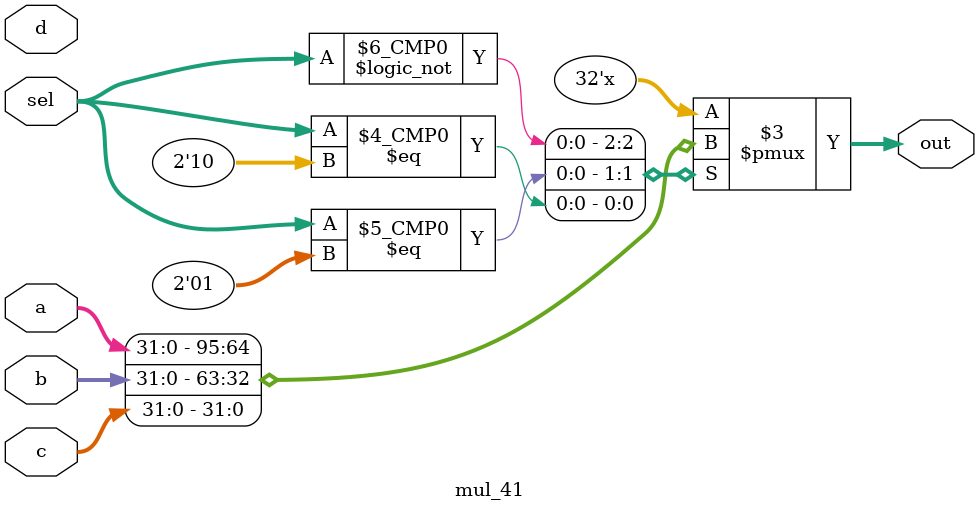
<source format=v>
`timescale 1ns / 1ps


module mul_41(
input [31:0] a, b, c, d,
input [1:0] sel,
output reg [31:0] out
    );
     always @(*) begin
     case (sel) 
     2'b00 : out = a;
     2'b01 : out = b;
     2'b10 : out = c;
     default : out = 32'bx;
     endcase
     end
endmodule


</source>
